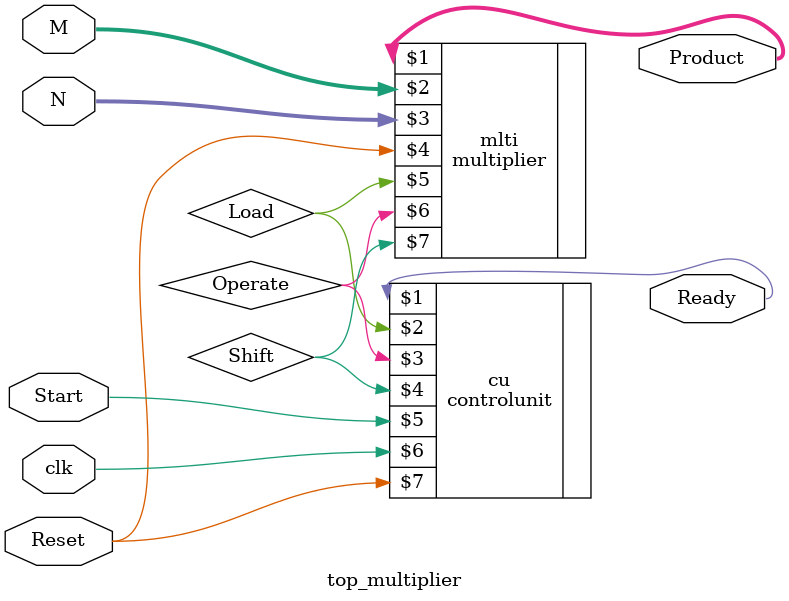
<source format=v>
`timescale 1ns / 1ps

module top_multiplier(Product, Ready, N, M, Start, Reset, clk);
input  [7:0]N; // Multiplicand
input  [7:0]M; // Multiplier
input Start;   // User Controlled Values
input Reset;
input clk;     // System Clock
output [16:0]Product; // Output
output Ready;         // Tells When Output Should be Observed
wire Ready, Load, Operate, Shift; // Internal Signals

controlunit cu(Ready, Load, Operate, Shift, Start,clk, Reset);
multiplier mlti(Product, M, N, Reset, Load, Operate, Shift);

endmodule

</source>
